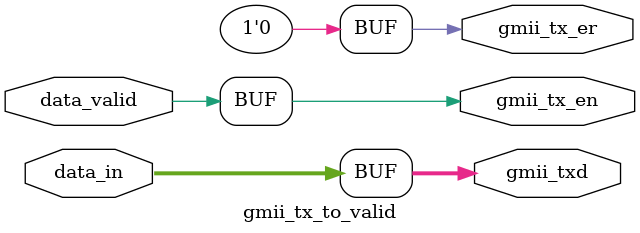
<source format=sv>
module gmii_tx_to_valid

(
    input   logic   [7:0]   data_in,
    input   logic           data_valid,

    output  logic   [7:0]   gmii_txd,
    output  logic           gmii_tx_en,
    output  logic           gmii_tx_er
);

    assign  gmii_txd    =   data_in;
    assign  gmii_tx_en  =   data_valid;
    assign  gmii_tx_er  =   'd0;

endmodule
</source>
